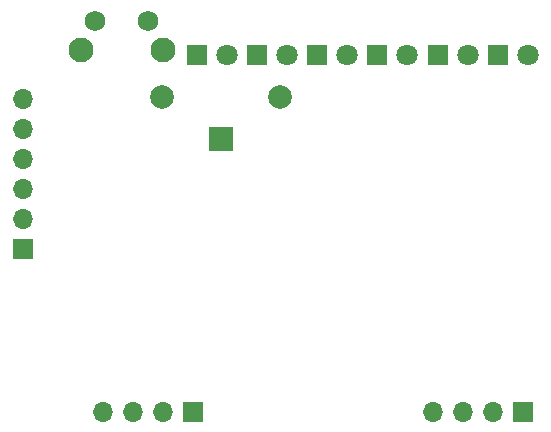
<source format=gbr>
%TF.GenerationSoftware,KiCad,Pcbnew,6.0.11-2627ca5db0~126~ubuntu20.04.1*%
%TF.CreationDate,2025-02-01T21:45:14-05:00*%
%TF.ProjectId,modbus_rtu_mirror_side_esp32_88x37x59mm,6d6f6462-7573-45f7-9274-755f6d697272,rev?*%
%TF.SameCoordinates,Original*%
%TF.FileFunction,Soldermask,Bot*%
%TF.FilePolarity,Negative*%
%FSLAX46Y46*%
G04 Gerber Fmt 4.6, Leading zero omitted, Abs format (unit mm)*
G04 Created by KiCad (PCBNEW 6.0.11-2627ca5db0~126~ubuntu20.04.1) date 2025-02-01 21:45:14*
%MOMM*%
%LPD*%
G01*
G04 APERTURE LIST*
%ADD10R,1.800000X1.800000*%
%ADD11C,1.800000*%
%ADD12C,2.000000*%
%ADD13R,2.000000X2.000000*%
%ADD14R,1.700000X1.700000*%
%ADD15O,1.700000X1.700000*%
%ADD16C,2.100000*%
%ADD17C,1.750000*%
G04 APERTURE END LIST*
D10*
%TO.C,D2*%
X136563000Y-105800000D03*
D11*
X139103000Y-105800000D03*
%TD*%
D12*
%TO.C,BT1*%
X113237000Y-109375000D03*
X123237000Y-109375000D03*
D13*
X118237000Y-112875000D03*
%TD*%
D10*
%TO.C,D1*%
X141663000Y-105800000D03*
D11*
X144203000Y-105800000D03*
%TD*%
D10*
%TO.C,D3*%
X131463000Y-105800000D03*
D11*
X134003000Y-105800000D03*
%TD*%
D14*
%TO.C,J3*%
X101473000Y-122174000D03*
D15*
X101473000Y-119634000D03*
X101473000Y-117094000D03*
X101473000Y-114554000D03*
X101473000Y-112014000D03*
X101473000Y-109474000D03*
%TD*%
D10*
%TO.C,D4*%
X126363000Y-105800000D03*
D11*
X128903000Y-105800000D03*
%TD*%
D14*
%TO.C,J1*%
X115840000Y-135980000D03*
D15*
X113300000Y-135980000D03*
X110760000Y-135980000D03*
X108220000Y-135980000D03*
%TD*%
D10*
%TO.C,D6*%
X116163000Y-105800000D03*
D11*
X118703000Y-105800000D03*
%TD*%
D16*
%TO.C,SW1*%
X113340000Y-105357500D03*
X106330000Y-105357500D03*
D17*
X107580000Y-102867500D03*
X112080000Y-102867500D03*
%TD*%
D14*
%TO.C,J2*%
X143780000Y-135980000D03*
D15*
X141240000Y-135980000D03*
X138700000Y-135980000D03*
X136160000Y-135980000D03*
%TD*%
D10*
%TO.C,D5*%
X121263000Y-105800000D03*
D11*
X123803000Y-105800000D03*
%TD*%
M02*

</source>
